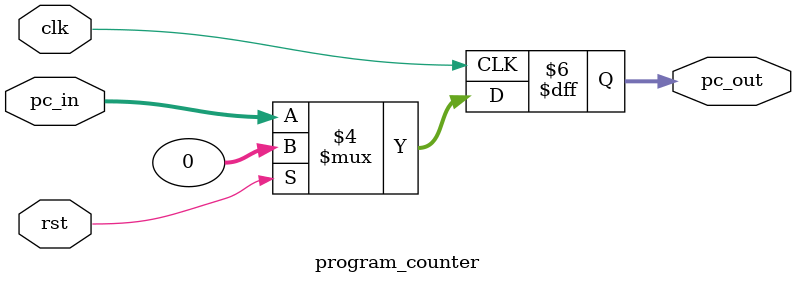
<source format=v>
`timescale 1ns / 1ps


module program_counter(
    input [31:0] pc_in,
    input clk,
    input rst,
    output reg [31:0] pc_out
    );

    initial begin
        pc_out <= 0;
    end

    always @(posedge clk) begin
        if(rst) begin
            pc_out <= 0;
        end else begin
            pc_out <= pc_in;
        end
    end

endmodule

</source>
